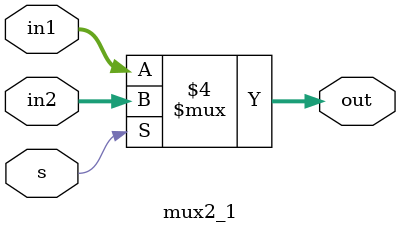
<source format=v>
module mux2_1(in1, in2, s, out);

    input [31:0] in1, in2;
    input s;

    output reg [31:0] out;

    always @ (in1, in2, s)
        begin
            if (s == 0)
                out <= in1;
            else
                out <= in2;
        end

endmodule
</source>
